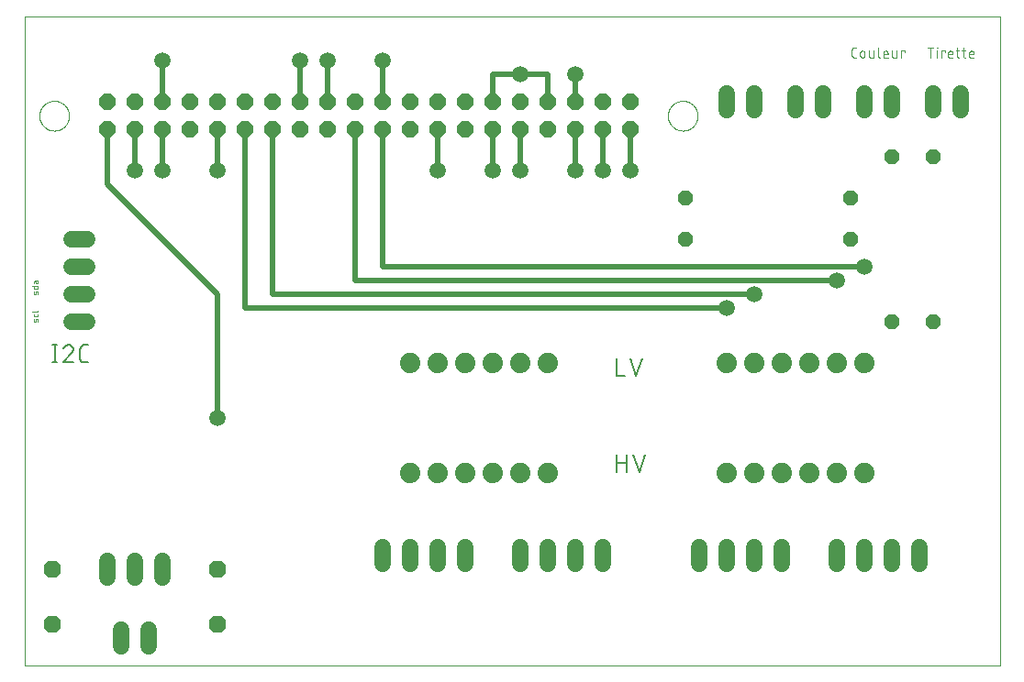
<source format=gtl>
G75*
%MOIN*%
%OFA0B0*%
%FSLAX25Y25*%
%IPPOS*%
%LPD*%
%AMOC8*
5,1,8,0,0,1.08239X$1,22.5*
%
%ADD10C,0.00000*%
%ADD11C,0.00600*%
%ADD12C,0.00200*%
%ADD13C,0.00300*%
%ADD14C,0.07400*%
%ADD15C,0.05937*%
%ADD16OC8,0.06300*%
%ADD17C,0.06000*%
%ADD18OC8,0.05200*%
%ADD19OC8,0.06000*%
%ADD20C,0.05906*%
%ADD21C,0.02000*%
D10*
X0004000Y0013000D02*
X0004000Y0249220D01*
X0358331Y0249220D01*
X0358331Y0013000D01*
X0004000Y0013000D01*
X0009414Y0213000D02*
X0009416Y0213147D01*
X0009422Y0213293D01*
X0009432Y0213439D01*
X0009446Y0213585D01*
X0009464Y0213731D01*
X0009485Y0213876D01*
X0009511Y0214020D01*
X0009541Y0214164D01*
X0009574Y0214306D01*
X0009611Y0214448D01*
X0009652Y0214589D01*
X0009697Y0214728D01*
X0009746Y0214867D01*
X0009798Y0215004D01*
X0009855Y0215139D01*
X0009914Y0215273D01*
X0009978Y0215405D01*
X0010045Y0215535D01*
X0010115Y0215664D01*
X0010189Y0215791D01*
X0010266Y0215915D01*
X0010347Y0216038D01*
X0010431Y0216158D01*
X0010518Y0216276D01*
X0010608Y0216391D01*
X0010701Y0216504D01*
X0010798Y0216615D01*
X0010897Y0216723D01*
X0010999Y0216828D01*
X0011104Y0216930D01*
X0011212Y0217029D01*
X0011323Y0217126D01*
X0011436Y0217219D01*
X0011551Y0217309D01*
X0011669Y0217396D01*
X0011789Y0217480D01*
X0011912Y0217561D01*
X0012036Y0217638D01*
X0012163Y0217712D01*
X0012292Y0217782D01*
X0012422Y0217849D01*
X0012554Y0217913D01*
X0012688Y0217972D01*
X0012823Y0218029D01*
X0012960Y0218081D01*
X0013099Y0218130D01*
X0013238Y0218175D01*
X0013379Y0218216D01*
X0013521Y0218253D01*
X0013663Y0218286D01*
X0013807Y0218316D01*
X0013951Y0218342D01*
X0014096Y0218363D01*
X0014242Y0218381D01*
X0014388Y0218395D01*
X0014534Y0218405D01*
X0014680Y0218411D01*
X0014827Y0218413D01*
X0014974Y0218411D01*
X0015120Y0218405D01*
X0015266Y0218395D01*
X0015412Y0218381D01*
X0015558Y0218363D01*
X0015703Y0218342D01*
X0015847Y0218316D01*
X0015991Y0218286D01*
X0016133Y0218253D01*
X0016275Y0218216D01*
X0016416Y0218175D01*
X0016555Y0218130D01*
X0016694Y0218081D01*
X0016831Y0218029D01*
X0016966Y0217972D01*
X0017100Y0217913D01*
X0017232Y0217849D01*
X0017362Y0217782D01*
X0017491Y0217712D01*
X0017618Y0217638D01*
X0017742Y0217561D01*
X0017865Y0217480D01*
X0017985Y0217396D01*
X0018103Y0217309D01*
X0018218Y0217219D01*
X0018331Y0217126D01*
X0018442Y0217029D01*
X0018550Y0216930D01*
X0018655Y0216828D01*
X0018757Y0216723D01*
X0018856Y0216615D01*
X0018953Y0216504D01*
X0019046Y0216391D01*
X0019136Y0216276D01*
X0019223Y0216158D01*
X0019307Y0216038D01*
X0019388Y0215915D01*
X0019465Y0215791D01*
X0019539Y0215664D01*
X0019609Y0215535D01*
X0019676Y0215405D01*
X0019740Y0215273D01*
X0019799Y0215139D01*
X0019856Y0215004D01*
X0019908Y0214867D01*
X0019957Y0214728D01*
X0020002Y0214589D01*
X0020043Y0214448D01*
X0020080Y0214306D01*
X0020113Y0214164D01*
X0020143Y0214020D01*
X0020169Y0213876D01*
X0020190Y0213731D01*
X0020208Y0213585D01*
X0020222Y0213439D01*
X0020232Y0213293D01*
X0020238Y0213147D01*
X0020240Y0213000D01*
X0020238Y0212853D01*
X0020232Y0212707D01*
X0020222Y0212561D01*
X0020208Y0212415D01*
X0020190Y0212269D01*
X0020169Y0212124D01*
X0020143Y0211980D01*
X0020113Y0211836D01*
X0020080Y0211694D01*
X0020043Y0211552D01*
X0020002Y0211411D01*
X0019957Y0211272D01*
X0019908Y0211133D01*
X0019856Y0210996D01*
X0019799Y0210861D01*
X0019740Y0210727D01*
X0019676Y0210595D01*
X0019609Y0210465D01*
X0019539Y0210336D01*
X0019465Y0210209D01*
X0019388Y0210085D01*
X0019307Y0209962D01*
X0019223Y0209842D01*
X0019136Y0209724D01*
X0019046Y0209609D01*
X0018953Y0209496D01*
X0018856Y0209385D01*
X0018757Y0209277D01*
X0018655Y0209172D01*
X0018550Y0209070D01*
X0018442Y0208971D01*
X0018331Y0208874D01*
X0018218Y0208781D01*
X0018103Y0208691D01*
X0017985Y0208604D01*
X0017865Y0208520D01*
X0017742Y0208439D01*
X0017618Y0208362D01*
X0017491Y0208288D01*
X0017362Y0208218D01*
X0017232Y0208151D01*
X0017100Y0208087D01*
X0016966Y0208028D01*
X0016831Y0207971D01*
X0016694Y0207919D01*
X0016555Y0207870D01*
X0016416Y0207825D01*
X0016275Y0207784D01*
X0016133Y0207747D01*
X0015991Y0207714D01*
X0015847Y0207684D01*
X0015703Y0207658D01*
X0015558Y0207637D01*
X0015412Y0207619D01*
X0015266Y0207605D01*
X0015120Y0207595D01*
X0014974Y0207589D01*
X0014827Y0207587D01*
X0014680Y0207589D01*
X0014534Y0207595D01*
X0014388Y0207605D01*
X0014242Y0207619D01*
X0014096Y0207637D01*
X0013951Y0207658D01*
X0013807Y0207684D01*
X0013663Y0207714D01*
X0013521Y0207747D01*
X0013379Y0207784D01*
X0013238Y0207825D01*
X0013099Y0207870D01*
X0012960Y0207919D01*
X0012823Y0207971D01*
X0012688Y0208028D01*
X0012554Y0208087D01*
X0012422Y0208151D01*
X0012292Y0208218D01*
X0012163Y0208288D01*
X0012036Y0208362D01*
X0011912Y0208439D01*
X0011789Y0208520D01*
X0011669Y0208604D01*
X0011551Y0208691D01*
X0011436Y0208781D01*
X0011323Y0208874D01*
X0011212Y0208971D01*
X0011104Y0209070D01*
X0010999Y0209172D01*
X0010897Y0209277D01*
X0010798Y0209385D01*
X0010701Y0209496D01*
X0010608Y0209609D01*
X0010518Y0209724D01*
X0010431Y0209842D01*
X0010347Y0209962D01*
X0010266Y0210085D01*
X0010189Y0210209D01*
X0010115Y0210336D01*
X0010045Y0210465D01*
X0009978Y0210595D01*
X0009914Y0210727D01*
X0009855Y0210861D01*
X0009798Y0210996D01*
X0009746Y0211133D01*
X0009697Y0211272D01*
X0009652Y0211411D01*
X0009611Y0211552D01*
X0009574Y0211694D01*
X0009541Y0211836D01*
X0009511Y0211980D01*
X0009485Y0212124D01*
X0009464Y0212269D01*
X0009446Y0212415D01*
X0009432Y0212561D01*
X0009422Y0212707D01*
X0009416Y0212853D01*
X0009414Y0213000D01*
X0237760Y0213000D02*
X0237762Y0213147D01*
X0237768Y0213293D01*
X0237778Y0213439D01*
X0237792Y0213585D01*
X0237810Y0213731D01*
X0237831Y0213876D01*
X0237857Y0214020D01*
X0237887Y0214164D01*
X0237920Y0214306D01*
X0237957Y0214448D01*
X0237998Y0214589D01*
X0238043Y0214728D01*
X0238092Y0214867D01*
X0238144Y0215004D01*
X0238201Y0215139D01*
X0238260Y0215273D01*
X0238324Y0215405D01*
X0238391Y0215535D01*
X0238461Y0215664D01*
X0238535Y0215791D01*
X0238612Y0215915D01*
X0238693Y0216038D01*
X0238777Y0216158D01*
X0238864Y0216276D01*
X0238954Y0216391D01*
X0239047Y0216504D01*
X0239144Y0216615D01*
X0239243Y0216723D01*
X0239345Y0216828D01*
X0239450Y0216930D01*
X0239558Y0217029D01*
X0239669Y0217126D01*
X0239782Y0217219D01*
X0239897Y0217309D01*
X0240015Y0217396D01*
X0240135Y0217480D01*
X0240258Y0217561D01*
X0240382Y0217638D01*
X0240509Y0217712D01*
X0240638Y0217782D01*
X0240768Y0217849D01*
X0240900Y0217913D01*
X0241034Y0217972D01*
X0241169Y0218029D01*
X0241306Y0218081D01*
X0241445Y0218130D01*
X0241584Y0218175D01*
X0241725Y0218216D01*
X0241867Y0218253D01*
X0242009Y0218286D01*
X0242153Y0218316D01*
X0242297Y0218342D01*
X0242442Y0218363D01*
X0242588Y0218381D01*
X0242734Y0218395D01*
X0242880Y0218405D01*
X0243026Y0218411D01*
X0243173Y0218413D01*
X0243320Y0218411D01*
X0243466Y0218405D01*
X0243612Y0218395D01*
X0243758Y0218381D01*
X0243904Y0218363D01*
X0244049Y0218342D01*
X0244193Y0218316D01*
X0244337Y0218286D01*
X0244479Y0218253D01*
X0244621Y0218216D01*
X0244762Y0218175D01*
X0244901Y0218130D01*
X0245040Y0218081D01*
X0245177Y0218029D01*
X0245312Y0217972D01*
X0245446Y0217913D01*
X0245578Y0217849D01*
X0245708Y0217782D01*
X0245837Y0217712D01*
X0245964Y0217638D01*
X0246088Y0217561D01*
X0246211Y0217480D01*
X0246331Y0217396D01*
X0246449Y0217309D01*
X0246564Y0217219D01*
X0246677Y0217126D01*
X0246788Y0217029D01*
X0246896Y0216930D01*
X0247001Y0216828D01*
X0247103Y0216723D01*
X0247202Y0216615D01*
X0247299Y0216504D01*
X0247392Y0216391D01*
X0247482Y0216276D01*
X0247569Y0216158D01*
X0247653Y0216038D01*
X0247734Y0215915D01*
X0247811Y0215791D01*
X0247885Y0215664D01*
X0247955Y0215535D01*
X0248022Y0215405D01*
X0248086Y0215273D01*
X0248145Y0215139D01*
X0248202Y0215004D01*
X0248254Y0214867D01*
X0248303Y0214728D01*
X0248348Y0214589D01*
X0248389Y0214448D01*
X0248426Y0214306D01*
X0248459Y0214164D01*
X0248489Y0214020D01*
X0248515Y0213876D01*
X0248536Y0213731D01*
X0248554Y0213585D01*
X0248568Y0213439D01*
X0248578Y0213293D01*
X0248584Y0213147D01*
X0248586Y0213000D01*
X0248584Y0212853D01*
X0248578Y0212707D01*
X0248568Y0212561D01*
X0248554Y0212415D01*
X0248536Y0212269D01*
X0248515Y0212124D01*
X0248489Y0211980D01*
X0248459Y0211836D01*
X0248426Y0211694D01*
X0248389Y0211552D01*
X0248348Y0211411D01*
X0248303Y0211272D01*
X0248254Y0211133D01*
X0248202Y0210996D01*
X0248145Y0210861D01*
X0248086Y0210727D01*
X0248022Y0210595D01*
X0247955Y0210465D01*
X0247885Y0210336D01*
X0247811Y0210209D01*
X0247734Y0210085D01*
X0247653Y0209962D01*
X0247569Y0209842D01*
X0247482Y0209724D01*
X0247392Y0209609D01*
X0247299Y0209496D01*
X0247202Y0209385D01*
X0247103Y0209277D01*
X0247001Y0209172D01*
X0246896Y0209070D01*
X0246788Y0208971D01*
X0246677Y0208874D01*
X0246564Y0208781D01*
X0246449Y0208691D01*
X0246331Y0208604D01*
X0246211Y0208520D01*
X0246088Y0208439D01*
X0245964Y0208362D01*
X0245837Y0208288D01*
X0245708Y0208218D01*
X0245578Y0208151D01*
X0245446Y0208087D01*
X0245312Y0208028D01*
X0245177Y0207971D01*
X0245040Y0207919D01*
X0244901Y0207870D01*
X0244762Y0207825D01*
X0244621Y0207784D01*
X0244479Y0207747D01*
X0244337Y0207714D01*
X0244193Y0207684D01*
X0244049Y0207658D01*
X0243904Y0207637D01*
X0243758Y0207619D01*
X0243612Y0207605D01*
X0243466Y0207595D01*
X0243320Y0207589D01*
X0243173Y0207587D01*
X0243026Y0207589D01*
X0242880Y0207595D01*
X0242734Y0207605D01*
X0242588Y0207619D01*
X0242442Y0207637D01*
X0242297Y0207658D01*
X0242153Y0207684D01*
X0242009Y0207714D01*
X0241867Y0207747D01*
X0241725Y0207784D01*
X0241584Y0207825D01*
X0241445Y0207870D01*
X0241306Y0207919D01*
X0241169Y0207971D01*
X0241034Y0208028D01*
X0240900Y0208087D01*
X0240768Y0208151D01*
X0240638Y0208218D01*
X0240509Y0208288D01*
X0240382Y0208362D01*
X0240258Y0208439D01*
X0240135Y0208520D01*
X0240015Y0208604D01*
X0239897Y0208691D01*
X0239782Y0208781D01*
X0239669Y0208874D01*
X0239558Y0208971D01*
X0239450Y0209070D01*
X0239345Y0209172D01*
X0239243Y0209277D01*
X0239144Y0209385D01*
X0239047Y0209496D01*
X0238954Y0209609D01*
X0238864Y0209724D01*
X0238777Y0209842D01*
X0238693Y0209962D01*
X0238612Y0210085D01*
X0238535Y0210209D01*
X0238461Y0210336D01*
X0238391Y0210465D01*
X0238324Y0210595D01*
X0238260Y0210727D01*
X0238201Y0210861D01*
X0238144Y0210996D01*
X0238092Y0211133D01*
X0238043Y0211272D01*
X0237998Y0211411D01*
X0237957Y0211552D01*
X0237920Y0211694D01*
X0237887Y0211836D01*
X0237857Y0211980D01*
X0237831Y0212124D01*
X0237810Y0212269D01*
X0237792Y0212415D01*
X0237778Y0212561D01*
X0237768Y0212707D01*
X0237762Y0212853D01*
X0237760Y0213000D01*
D11*
X0228328Y0124700D02*
X0226194Y0118300D01*
X0224061Y0124700D01*
X0219300Y0124700D02*
X0219300Y0118300D01*
X0222144Y0118300D01*
X0222856Y0089700D02*
X0222856Y0083300D01*
X0222856Y0086856D02*
X0219300Y0086856D01*
X0219300Y0089700D02*
X0219300Y0083300D01*
X0227437Y0083300D02*
X0225304Y0089700D01*
X0229570Y0089700D02*
X0227437Y0083300D01*
X0027139Y0123300D02*
X0025717Y0123300D01*
X0025643Y0123302D01*
X0025568Y0123308D01*
X0025495Y0123318D01*
X0025421Y0123331D01*
X0025349Y0123348D01*
X0025278Y0123370D01*
X0025207Y0123394D01*
X0025139Y0123423D01*
X0025071Y0123455D01*
X0025006Y0123491D01*
X0024943Y0123529D01*
X0024881Y0123572D01*
X0024822Y0123617D01*
X0024765Y0123665D01*
X0024711Y0123716D01*
X0024660Y0123770D01*
X0024612Y0123827D01*
X0024567Y0123886D01*
X0024524Y0123948D01*
X0024486Y0124011D01*
X0024450Y0124076D01*
X0024418Y0124144D01*
X0024389Y0124212D01*
X0024365Y0124283D01*
X0024343Y0124354D01*
X0024326Y0124426D01*
X0024313Y0124500D01*
X0024303Y0124573D01*
X0024297Y0124648D01*
X0024295Y0124722D01*
X0024295Y0128278D01*
X0024297Y0128352D01*
X0024303Y0128427D01*
X0024313Y0128500D01*
X0024326Y0128574D01*
X0024343Y0128646D01*
X0024365Y0128717D01*
X0024389Y0128788D01*
X0024418Y0128856D01*
X0024450Y0128924D01*
X0024486Y0128989D01*
X0024524Y0129052D01*
X0024567Y0129114D01*
X0024612Y0129173D01*
X0024660Y0129229D01*
X0024711Y0129284D01*
X0024765Y0129335D01*
X0024822Y0129383D01*
X0024881Y0129428D01*
X0024943Y0129471D01*
X0025006Y0129509D01*
X0025071Y0129545D01*
X0025139Y0129577D01*
X0025207Y0129606D01*
X0025278Y0129630D01*
X0025349Y0129652D01*
X0025421Y0129669D01*
X0025495Y0129682D01*
X0025568Y0129692D01*
X0025643Y0129698D01*
X0025717Y0129700D01*
X0027139Y0129700D01*
X0021179Y0126856D02*
X0018157Y0123300D01*
X0021712Y0123300D01*
X0018156Y0128277D02*
X0018185Y0128362D01*
X0018218Y0128445D01*
X0018255Y0128526D01*
X0018295Y0128606D01*
X0018338Y0128683D01*
X0018385Y0128759D01*
X0018435Y0128833D01*
X0018488Y0128905D01*
X0018544Y0128974D01*
X0018603Y0129041D01*
X0018665Y0129105D01*
X0018730Y0129166D01*
X0018797Y0129225D01*
X0018867Y0129280D01*
X0018939Y0129333D01*
X0019013Y0129382D01*
X0019090Y0129428D01*
X0019168Y0129470D01*
X0019248Y0129510D01*
X0019330Y0129545D01*
X0019413Y0129578D01*
X0019497Y0129606D01*
X0019583Y0129631D01*
X0019670Y0129652D01*
X0019757Y0129669D01*
X0019845Y0129683D01*
X0019934Y0129692D01*
X0020023Y0129698D01*
X0020112Y0129700D01*
X0020191Y0129698D01*
X0020269Y0129692D01*
X0020347Y0129683D01*
X0020424Y0129669D01*
X0020501Y0129652D01*
X0020576Y0129631D01*
X0020651Y0129606D01*
X0020724Y0129578D01*
X0020796Y0129546D01*
X0020866Y0129511D01*
X0020935Y0129472D01*
X0021001Y0129430D01*
X0021065Y0129385D01*
X0021127Y0129337D01*
X0021186Y0129286D01*
X0021243Y0129231D01*
X0021298Y0129174D01*
X0021349Y0129115D01*
X0021397Y0129053D01*
X0021442Y0128989D01*
X0021484Y0128923D01*
X0021523Y0128854D01*
X0021558Y0128784D01*
X0021590Y0128712D01*
X0021618Y0128639D01*
X0021643Y0128564D01*
X0021664Y0128489D01*
X0021681Y0128412D01*
X0021695Y0128335D01*
X0021704Y0128257D01*
X0021710Y0128179D01*
X0021712Y0128100D01*
X0021713Y0128100D02*
X0021711Y0128018D01*
X0021705Y0127936D01*
X0021695Y0127855D01*
X0021682Y0127774D01*
X0021664Y0127694D01*
X0021643Y0127615D01*
X0021618Y0127537D01*
X0021590Y0127461D01*
X0021557Y0127385D01*
X0021522Y0127312D01*
X0021482Y0127240D01*
X0021440Y0127170D01*
X0021394Y0127102D01*
X0021345Y0127037D01*
X0021293Y0126974D01*
X0021237Y0126913D01*
X0021180Y0126855D01*
X0015722Y0129700D02*
X0014300Y0129700D01*
X0015011Y0129700D02*
X0015011Y0123300D01*
X0014300Y0123300D02*
X0015722Y0123300D01*
D12*
X0007433Y0138467D02*
X0007436Y0138538D01*
X0007442Y0138608D01*
X0007452Y0138679D01*
X0007466Y0138748D01*
X0007483Y0138817D01*
X0007504Y0138885D01*
X0007528Y0138951D01*
X0007555Y0139017D01*
X0007433Y0138467D02*
X0007434Y0138431D01*
X0007440Y0138397D01*
X0007449Y0138363D01*
X0007462Y0138330D01*
X0007478Y0138299D01*
X0007498Y0138270D01*
X0007521Y0138243D01*
X0007547Y0138219D01*
X0007575Y0138198D01*
X0007605Y0138180D01*
X0007637Y0138166D01*
X0007671Y0138155D01*
X0007705Y0138148D01*
X0007740Y0138145D01*
X0007775Y0138146D01*
X0007810Y0138151D01*
X0007844Y0138159D01*
X0007877Y0138172D01*
X0007909Y0138188D01*
X0007938Y0138207D01*
X0007965Y0138229D01*
X0007990Y0138255D01*
X0008011Y0138282D01*
X0008029Y0138312D01*
X0008044Y0138344D01*
X0008289Y0138956D01*
X0008304Y0138988D01*
X0008322Y0139018D01*
X0008343Y0139045D01*
X0008368Y0139071D01*
X0008395Y0139093D01*
X0008424Y0139112D01*
X0008456Y0139128D01*
X0008489Y0139141D01*
X0008523Y0139149D01*
X0008558Y0139154D01*
X0008593Y0139155D01*
X0008628Y0139152D01*
X0008662Y0139145D01*
X0008696Y0139134D01*
X0008728Y0139120D01*
X0008758Y0139102D01*
X0008786Y0139081D01*
X0008812Y0139057D01*
X0008835Y0139030D01*
X0008855Y0139001D01*
X0008871Y0138970D01*
X0008884Y0138937D01*
X0008893Y0138903D01*
X0008899Y0138869D01*
X0008900Y0138833D01*
X0008533Y0140036D02*
X0007800Y0140036D01*
X0007800Y0140035D02*
X0007764Y0140037D01*
X0007728Y0140042D01*
X0007693Y0140051D01*
X0007660Y0140063D01*
X0007627Y0140078D01*
X0007596Y0140097D01*
X0007567Y0140118D01*
X0007540Y0140142D01*
X0007516Y0140169D01*
X0007495Y0140198D01*
X0007476Y0140229D01*
X0007461Y0140262D01*
X0007449Y0140295D01*
X0007440Y0140330D01*
X0007435Y0140366D01*
X0007433Y0140402D01*
X0007433Y0140891D01*
X0006700Y0141716D02*
X0008533Y0141716D01*
X0008569Y0141718D01*
X0008605Y0141723D01*
X0008640Y0141732D01*
X0008673Y0141744D01*
X0008706Y0141759D01*
X0008737Y0141778D01*
X0008766Y0141799D01*
X0008793Y0141823D01*
X0008817Y0141850D01*
X0008838Y0141879D01*
X0008857Y0141910D01*
X0008872Y0141943D01*
X0008884Y0141976D01*
X0008893Y0142011D01*
X0008898Y0142047D01*
X0008900Y0142083D01*
X0008900Y0140891D02*
X0008900Y0140402D01*
X0008898Y0140366D01*
X0008893Y0140330D01*
X0008884Y0140295D01*
X0008872Y0140262D01*
X0008857Y0140229D01*
X0008838Y0140198D01*
X0008817Y0140169D01*
X0008793Y0140142D01*
X0008766Y0140118D01*
X0008737Y0140097D01*
X0008706Y0140078D01*
X0008673Y0140063D01*
X0008640Y0140051D01*
X0008605Y0140042D01*
X0008569Y0140037D01*
X0008533Y0140035D01*
X0008900Y0138833D02*
X0008897Y0138748D01*
X0008890Y0138662D01*
X0008880Y0138577D01*
X0008867Y0138492D01*
X0008849Y0138408D01*
X0008829Y0138325D01*
X0008805Y0138242D01*
X0008778Y0138161D01*
X0008044Y0148344D02*
X0008289Y0148956D01*
X0008304Y0148988D01*
X0008322Y0149018D01*
X0008343Y0149045D01*
X0008368Y0149071D01*
X0008395Y0149093D01*
X0008424Y0149112D01*
X0008456Y0149128D01*
X0008489Y0149141D01*
X0008523Y0149149D01*
X0008558Y0149154D01*
X0008593Y0149155D01*
X0008628Y0149152D01*
X0008662Y0149145D01*
X0008696Y0149134D01*
X0008728Y0149120D01*
X0008758Y0149102D01*
X0008786Y0149081D01*
X0008812Y0149057D01*
X0008835Y0149030D01*
X0008855Y0149001D01*
X0008871Y0148970D01*
X0008884Y0148937D01*
X0008893Y0148903D01*
X0008899Y0148869D01*
X0008900Y0148833D01*
X0007555Y0149017D02*
X0007528Y0148951D01*
X0007504Y0148885D01*
X0007483Y0148817D01*
X0007466Y0148748D01*
X0007452Y0148679D01*
X0007442Y0148608D01*
X0007436Y0148538D01*
X0007433Y0148467D01*
X0007434Y0148431D01*
X0007440Y0148397D01*
X0007449Y0148363D01*
X0007462Y0148330D01*
X0007478Y0148299D01*
X0007498Y0148270D01*
X0007521Y0148243D01*
X0007547Y0148219D01*
X0007575Y0148198D01*
X0007605Y0148180D01*
X0007637Y0148166D01*
X0007671Y0148155D01*
X0007705Y0148148D01*
X0007740Y0148145D01*
X0007775Y0148146D01*
X0007810Y0148151D01*
X0007844Y0148159D01*
X0007877Y0148172D01*
X0007909Y0148188D01*
X0007938Y0148207D01*
X0007965Y0148229D01*
X0007990Y0148255D01*
X0008011Y0148282D01*
X0008029Y0148312D01*
X0008044Y0148344D01*
X0008778Y0148161D02*
X0008805Y0148242D01*
X0008829Y0148325D01*
X0008849Y0148408D01*
X0008867Y0148492D01*
X0008880Y0148577D01*
X0008890Y0148662D01*
X0008897Y0148748D01*
X0008900Y0148833D01*
X0008533Y0150022D02*
X0007800Y0150022D01*
X0007800Y0150021D02*
X0007764Y0150023D01*
X0007728Y0150028D01*
X0007693Y0150037D01*
X0007660Y0150049D01*
X0007627Y0150064D01*
X0007596Y0150083D01*
X0007567Y0150104D01*
X0007540Y0150128D01*
X0007516Y0150155D01*
X0007495Y0150184D01*
X0007476Y0150215D01*
X0007461Y0150248D01*
X0007449Y0150281D01*
X0007440Y0150316D01*
X0007435Y0150352D01*
X0007433Y0150388D01*
X0007433Y0151000D01*
X0006700Y0151000D02*
X0008900Y0151000D01*
X0008900Y0150388D01*
X0008898Y0150352D01*
X0008893Y0150316D01*
X0008884Y0150281D01*
X0008872Y0150248D01*
X0008857Y0150215D01*
X0008838Y0150184D01*
X0008817Y0150155D01*
X0008793Y0150128D01*
X0008766Y0150104D01*
X0008737Y0150083D01*
X0008706Y0150064D01*
X0008673Y0150049D01*
X0008640Y0150037D01*
X0008605Y0150028D01*
X0008569Y0150023D01*
X0008533Y0150021D01*
X0007433Y0152088D02*
X0007433Y0152577D01*
X0007435Y0152613D01*
X0007440Y0152649D01*
X0007449Y0152684D01*
X0007461Y0152717D01*
X0007476Y0152750D01*
X0007495Y0152781D01*
X0007516Y0152810D01*
X0007540Y0152837D01*
X0007567Y0152861D01*
X0007596Y0152882D01*
X0007627Y0152901D01*
X0007660Y0152916D01*
X0007693Y0152928D01*
X0007728Y0152937D01*
X0007764Y0152942D01*
X0007800Y0152944D01*
X0007800Y0152943D02*
X0008900Y0152943D01*
X0008900Y0152393D01*
X0008898Y0152354D01*
X0008893Y0152314D01*
X0008884Y0152276D01*
X0008871Y0152238D01*
X0008855Y0152202D01*
X0008836Y0152168D01*
X0008814Y0152135D01*
X0008788Y0152105D01*
X0008760Y0152077D01*
X0008730Y0152051D01*
X0008697Y0152029D01*
X0008663Y0152010D01*
X0008627Y0151994D01*
X0008589Y0151981D01*
X0008551Y0151972D01*
X0008511Y0151967D01*
X0008472Y0151965D01*
X0008433Y0151967D01*
X0008393Y0151972D01*
X0008355Y0151981D01*
X0008317Y0151994D01*
X0008281Y0152010D01*
X0008247Y0152029D01*
X0008214Y0152051D01*
X0008184Y0152077D01*
X0008156Y0152105D01*
X0008130Y0152135D01*
X0008108Y0152168D01*
X0008089Y0152202D01*
X0008073Y0152238D01*
X0008060Y0152276D01*
X0008051Y0152314D01*
X0008046Y0152354D01*
X0008044Y0152393D01*
X0008044Y0152943D01*
D13*
X0304621Y0234972D02*
X0304621Y0237028D01*
X0304623Y0237084D01*
X0304629Y0237140D01*
X0304638Y0237195D01*
X0304651Y0237250D01*
X0304668Y0237303D01*
X0304689Y0237355D01*
X0304713Y0237406D01*
X0304741Y0237455D01*
X0304771Y0237502D01*
X0304805Y0237547D01*
X0304842Y0237589D01*
X0304882Y0237629D01*
X0304924Y0237666D01*
X0304969Y0237700D01*
X0305016Y0237730D01*
X0305065Y0237758D01*
X0305116Y0237782D01*
X0305168Y0237803D01*
X0305221Y0237820D01*
X0305276Y0237833D01*
X0305331Y0237842D01*
X0305387Y0237848D01*
X0305443Y0237850D01*
X0306265Y0237850D01*
X0307596Y0235794D02*
X0307596Y0234972D01*
X0307597Y0234972D02*
X0307599Y0234916D01*
X0307605Y0234860D01*
X0307614Y0234805D01*
X0307627Y0234750D01*
X0307644Y0234697D01*
X0307665Y0234645D01*
X0307689Y0234594D01*
X0307717Y0234545D01*
X0307747Y0234498D01*
X0307781Y0234453D01*
X0307818Y0234411D01*
X0307858Y0234371D01*
X0307900Y0234334D01*
X0307945Y0234300D01*
X0307992Y0234270D01*
X0308041Y0234242D01*
X0308092Y0234218D01*
X0308144Y0234197D01*
X0308197Y0234180D01*
X0308252Y0234167D01*
X0308307Y0234158D01*
X0308363Y0234152D01*
X0308419Y0234150D01*
X0308475Y0234152D01*
X0308531Y0234158D01*
X0308586Y0234167D01*
X0308641Y0234180D01*
X0308694Y0234197D01*
X0308746Y0234218D01*
X0308797Y0234242D01*
X0308846Y0234270D01*
X0308893Y0234300D01*
X0308938Y0234334D01*
X0308980Y0234371D01*
X0309020Y0234411D01*
X0309057Y0234453D01*
X0309091Y0234498D01*
X0309121Y0234545D01*
X0309149Y0234594D01*
X0309173Y0234645D01*
X0309194Y0234697D01*
X0309211Y0234750D01*
X0309224Y0234805D01*
X0309233Y0234860D01*
X0309239Y0234916D01*
X0309241Y0234972D01*
X0309241Y0235794D01*
X0309239Y0235850D01*
X0309233Y0235906D01*
X0309224Y0235961D01*
X0309211Y0236016D01*
X0309194Y0236069D01*
X0309173Y0236121D01*
X0309149Y0236172D01*
X0309121Y0236221D01*
X0309091Y0236268D01*
X0309057Y0236313D01*
X0309020Y0236355D01*
X0308980Y0236395D01*
X0308938Y0236432D01*
X0308893Y0236466D01*
X0308846Y0236496D01*
X0308797Y0236524D01*
X0308746Y0236548D01*
X0308694Y0236569D01*
X0308641Y0236586D01*
X0308586Y0236599D01*
X0308531Y0236608D01*
X0308475Y0236614D01*
X0308419Y0236616D01*
X0308363Y0236614D01*
X0308307Y0236608D01*
X0308252Y0236599D01*
X0308197Y0236586D01*
X0308144Y0236569D01*
X0308092Y0236548D01*
X0308041Y0236524D01*
X0307992Y0236496D01*
X0307945Y0236466D01*
X0307900Y0236432D01*
X0307858Y0236395D01*
X0307818Y0236355D01*
X0307781Y0236313D01*
X0307747Y0236268D01*
X0307717Y0236221D01*
X0307689Y0236172D01*
X0307665Y0236121D01*
X0307644Y0236069D01*
X0307627Y0236016D01*
X0307614Y0235961D01*
X0307605Y0235906D01*
X0307599Y0235850D01*
X0307597Y0235794D01*
X0306265Y0234150D02*
X0305443Y0234150D01*
X0305387Y0234152D01*
X0305331Y0234158D01*
X0305276Y0234167D01*
X0305221Y0234180D01*
X0305168Y0234197D01*
X0305116Y0234218D01*
X0305065Y0234242D01*
X0305016Y0234270D01*
X0304969Y0234300D01*
X0304924Y0234334D01*
X0304882Y0234371D01*
X0304842Y0234411D01*
X0304805Y0234453D01*
X0304771Y0234498D01*
X0304741Y0234545D01*
X0304713Y0234594D01*
X0304689Y0234645D01*
X0304668Y0234697D01*
X0304651Y0234750D01*
X0304638Y0234805D01*
X0304629Y0234860D01*
X0304623Y0234916D01*
X0304621Y0234972D01*
X0310836Y0234767D02*
X0310836Y0236617D01*
X0312481Y0236617D02*
X0312481Y0234150D01*
X0311453Y0234150D01*
X0311405Y0234152D01*
X0311356Y0234158D01*
X0311309Y0234167D01*
X0311262Y0234180D01*
X0311217Y0234197D01*
X0311173Y0234217D01*
X0311131Y0234241D01*
X0311090Y0234268D01*
X0311052Y0234298D01*
X0311017Y0234331D01*
X0310984Y0234366D01*
X0310954Y0234404D01*
X0310927Y0234445D01*
X0310903Y0234487D01*
X0310883Y0234531D01*
X0310866Y0234576D01*
X0310853Y0234623D01*
X0310844Y0234670D01*
X0310838Y0234719D01*
X0310836Y0234767D01*
X0314126Y0234767D02*
X0314126Y0237850D01*
X0315996Y0235794D02*
X0315996Y0234767D01*
X0315996Y0235383D02*
X0317641Y0235383D01*
X0317641Y0235794D01*
X0317639Y0235850D01*
X0317633Y0235906D01*
X0317624Y0235961D01*
X0317611Y0236016D01*
X0317594Y0236069D01*
X0317573Y0236121D01*
X0317549Y0236172D01*
X0317521Y0236221D01*
X0317491Y0236268D01*
X0317457Y0236313D01*
X0317420Y0236355D01*
X0317380Y0236395D01*
X0317338Y0236432D01*
X0317293Y0236466D01*
X0317246Y0236496D01*
X0317197Y0236524D01*
X0317146Y0236548D01*
X0317094Y0236569D01*
X0317041Y0236586D01*
X0316986Y0236599D01*
X0316931Y0236608D01*
X0316875Y0236614D01*
X0316819Y0236616D01*
X0316763Y0236614D01*
X0316707Y0236608D01*
X0316652Y0236599D01*
X0316597Y0236586D01*
X0316544Y0236569D01*
X0316492Y0236548D01*
X0316441Y0236524D01*
X0316392Y0236496D01*
X0316345Y0236466D01*
X0316300Y0236432D01*
X0316258Y0236395D01*
X0316218Y0236355D01*
X0316181Y0236313D01*
X0316147Y0236268D01*
X0316117Y0236221D01*
X0316089Y0236172D01*
X0316065Y0236121D01*
X0316044Y0236069D01*
X0316027Y0236016D01*
X0316014Y0235961D01*
X0316005Y0235906D01*
X0315999Y0235850D01*
X0315997Y0235794D01*
X0315996Y0234767D02*
X0315998Y0234719D01*
X0316004Y0234670D01*
X0316013Y0234623D01*
X0316026Y0234576D01*
X0316043Y0234531D01*
X0316063Y0234487D01*
X0316087Y0234445D01*
X0316114Y0234404D01*
X0316144Y0234366D01*
X0316177Y0234331D01*
X0316212Y0234298D01*
X0316250Y0234268D01*
X0316291Y0234241D01*
X0316333Y0234217D01*
X0316377Y0234197D01*
X0316422Y0234180D01*
X0316469Y0234167D01*
X0316516Y0234158D01*
X0316565Y0234152D01*
X0316613Y0234150D01*
X0317641Y0234150D01*
X0319236Y0234767D02*
X0319236Y0236617D01*
X0320881Y0236617D02*
X0320881Y0234150D01*
X0319853Y0234150D01*
X0319805Y0234152D01*
X0319756Y0234158D01*
X0319709Y0234167D01*
X0319662Y0234180D01*
X0319617Y0234197D01*
X0319573Y0234217D01*
X0319531Y0234241D01*
X0319490Y0234268D01*
X0319452Y0234298D01*
X0319417Y0234331D01*
X0319384Y0234366D01*
X0319354Y0234404D01*
X0319327Y0234445D01*
X0319303Y0234487D01*
X0319283Y0234531D01*
X0319266Y0234576D01*
X0319253Y0234623D01*
X0319244Y0234670D01*
X0319238Y0234719D01*
X0319236Y0234767D01*
X0322617Y0234150D02*
X0322617Y0236617D01*
X0323850Y0236617D01*
X0323850Y0236206D01*
X0314742Y0234150D02*
X0314694Y0234152D01*
X0314645Y0234158D01*
X0314598Y0234167D01*
X0314551Y0234180D01*
X0314506Y0234197D01*
X0314462Y0234217D01*
X0314420Y0234241D01*
X0314379Y0234268D01*
X0314341Y0234298D01*
X0314306Y0234331D01*
X0314273Y0234366D01*
X0314243Y0234404D01*
X0314216Y0234445D01*
X0314192Y0234487D01*
X0314172Y0234531D01*
X0314155Y0234576D01*
X0314142Y0234623D01*
X0314133Y0234670D01*
X0314127Y0234719D01*
X0314125Y0234767D01*
X0332240Y0237850D02*
X0334296Y0237850D01*
X0333268Y0237850D02*
X0333268Y0234150D01*
X0335548Y0234150D02*
X0335548Y0236617D01*
X0335651Y0237644D02*
X0335445Y0237644D01*
X0335445Y0237850D01*
X0335651Y0237850D01*
X0335651Y0237644D01*
X0337146Y0236617D02*
X0337146Y0234150D01*
X0338379Y0236206D02*
X0338379Y0236617D01*
X0337146Y0236617D01*
X0339526Y0235794D02*
X0339526Y0234767D01*
X0339525Y0234767D02*
X0339527Y0234719D01*
X0339533Y0234670D01*
X0339542Y0234623D01*
X0339555Y0234576D01*
X0339572Y0234531D01*
X0339592Y0234487D01*
X0339616Y0234445D01*
X0339643Y0234404D01*
X0339673Y0234366D01*
X0339706Y0234331D01*
X0339741Y0234298D01*
X0339779Y0234268D01*
X0339820Y0234241D01*
X0339862Y0234217D01*
X0339906Y0234197D01*
X0339951Y0234180D01*
X0339998Y0234167D01*
X0340045Y0234158D01*
X0340094Y0234152D01*
X0340142Y0234150D01*
X0341170Y0234150D01*
X0341170Y0235383D02*
X0339526Y0235383D01*
X0339526Y0235794D02*
X0339528Y0235850D01*
X0339534Y0235906D01*
X0339543Y0235961D01*
X0339556Y0236016D01*
X0339573Y0236069D01*
X0339594Y0236121D01*
X0339618Y0236172D01*
X0339646Y0236221D01*
X0339676Y0236268D01*
X0339710Y0236313D01*
X0339747Y0236355D01*
X0339787Y0236395D01*
X0339829Y0236432D01*
X0339874Y0236466D01*
X0339921Y0236496D01*
X0339970Y0236524D01*
X0340021Y0236548D01*
X0340073Y0236569D01*
X0340126Y0236586D01*
X0340181Y0236599D01*
X0340236Y0236608D01*
X0340292Y0236614D01*
X0340348Y0236616D01*
X0340404Y0236614D01*
X0340460Y0236608D01*
X0340515Y0236599D01*
X0340570Y0236586D01*
X0340623Y0236569D01*
X0340675Y0236548D01*
X0340726Y0236524D01*
X0340775Y0236496D01*
X0340822Y0236466D01*
X0340867Y0236432D01*
X0340909Y0236395D01*
X0340949Y0236355D01*
X0340986Y0236313D01*
X0341020Y0236268D01*
X0341050Y0236221D01*
X0341078Y0236172D01*
X0341102Y0236121D01*
X0341123Y0236069D01*
X0341140Y0236016D01*
X0341153Y0235961D01*
X0341162Y0235906D01*
X0341168Y0235850D01*
X0341170Y0235794D01*
X0341170Y0235383D01*
X0342754Y0234767D02*
X0342754Y0237850D01*
X0342343Y0236617D02*
X0343576Y0236617D01*
X0344623Y0236617D02*
X0345856Y0236617D01*
X0345034Y0237850D02*
X0345034Y0234767D01*
X0345036Y0234719D01*
X0345042Y0234670D01*
X0345051Y0234623D01*
X0345064Y0234576D01*
X0345081Y0234531D01*
X0345101Y0234487D01*
X0345125Y0234445D01*
X0345152Y0234404D01*
X0345182Y0234366D01*
X0345215Y0234331D01*
X0345250Y0234298D01*
X0345288Y0234268D01*
X0345329Y0234241D01*
X0345371Y0234217D01*
X0345415Y0234197D01*
X0345460Y0234180D01*
X0345507Y0234167D01*
X0345554Y0234158D01*
X0345603Y0234152D01*
X0345651Y0234150D01*
X0345856Y0234150D01*
X0347206Y0234767D02*
X0347206Y0235794D01*
X0347206Y0235383D02*
X0348850Y0235383D01*
X0348850Y0235794D01*
X0348848Y0235850D01*
X0348842Y0235906D01*
X0348833Y0235961D01*
X0348820Y0236016D01*
X0348803Y0236069D01*
X0348782Y0236121D01*
X0348758Y0236172D01*
X0348730Y0236221D01*
X0348700Y0236268D01*
X0348666Y0236313D01*
X0348629Y0236355D01*
X0348589Y0236395D01*
X0348547Y0236432D01*
X0348502Y0236466D01*
X0348455Y0236496D01*
X0348406Y0236524D01*
X0348355Y0236548D01*
X0348303Y0236569D01*
X0348250Y0236586D01*
X0348195Y0236599D01*
X0348140Y0236608D01*
X0348084Y0236614D01*
X0348028Y0236616D01*
X0347972Y0236614D01*
X0347916Y0236608D01*
X0347861Y0236599D01*
X0347806Y0236586D01*
X0347753Y0236569D01*
X0347701Y0236548D01*
X0347650Y0236524D01*
X0347601Y0236496D01*
X0347554Y0236466D01*
X0347509Y0236432D01*
X0347467Y0236395D01*
X0347427Y0236355D01*
X0347390Y0236313D01*
X0347356Y0236268D01*
X0347326Y0236221D01*
X0347298Y0236172D01*
X0347274Y0236121D01*
X0347253Y0236069D01*
X0347236Y0236016D01*
X0347223Y0235961D01*
X0347214Y0235906D01*
X0347208Y0235850D01*
X0347206Y0235794D01*
X0347205Y0234767D02*
X0347207Y0234719D01*
X0347213Y0234670D01*
X0347222Y0234623D01*
X0347235Y0234576D01*
X0347252Y0234531D01*
X0347272Y0234487D01*
X0347296Y0234445D01*
X0347323Y0234404D01*
X0347353Y0234366D01*
X0347386Y0234331D01*
X0347421Y0234298D01*
X0347459Y0234268D01*
X0347500Y0234241D01*
X0347542Y0234217D01*
X0347586Y0234197D01*
X0347631Y0234180D01*
X0347678Y0234167D01*
X0347725Y0234158D01*
X0347774Y0234152D01*
X0347822Y0234150D01*
X0348850Y0234150D01*
X0343576Y0234150D02*
X0343371Y0234150D01*
X0343323Y0234152D01*
X0343274Y0234158D01*
X0343227Y0234167D01*
X0343180Y0234180D01*
X0343135Y0234197D01*
X0343091Y0234217D01*
X0343049Y0234241D01*
X0343008Y0234268D01*
X0342970Y0234298D01*
X0342935Y0234331D01*
X0342902Y0234366D01*
X0342872Y0234404D01*
X0342845Y0234445D01*
X0342821Y0234487D01*
X0342801Y0234531D01*
X0342784Y0234576D01*
X0342771Y0234623D01*
X0342762Y0234670D01*
X0342756Y0234719D01*
X0342754Y0234767D01*
D14*
X0309000Y0123000D03*
X0299000Y0123000D03*
X0289000Y0123000D03*
X0279000Y0123000D03*
X0269000Y0123000D03*
X0259000Y0123000D03*
X0259000Y0083000D03*
X0269000Y0083000D03*
X0279000Y0083000D03*
X0289000Y0083000D03*
X0299000Y0083000D03*
X0309000Y0083000D03*
X0194000Y0083000D03*
X0184000Y0083000D03*
X0174000Y0083000D03*
X0164000Y0083000D03*
X0154000Y0083000D03*
X0144000Y0083000D03*
X0144000Y0123000D03*
X0154000Y0123000D03*
X0164000Y0123000D03*
X0174000Y0123000D03*
X0184000Y0123000D03*
X0194000Y0123000D03*
D15*
X0194000Y0055969D02*
X0194000Y0050031D01*
X0184000Y0050031D02*
X0184000Y0055969D01*
X0164000Y0055969D02*
X0164000Y0050031D01*
X0154000Y0050031D02*
X0154000Y0055969D01*
X0144000Y0055969D02*
X0144000Y0050031D01*
X0134000Y0050031D02*
X0134000Y0055969D01*
X0204000Y0055969D02*
X0204000Y0050031D01*
X0214000Y0050031D02*
X0214000Y0055969D01*
X0249000Y0055969D02*
X0249000Y0050031D01*
X0259000Y0050031D02*
X0259000Y0055969D01*
X0269000Y0055969D02*
X0269000Y0050031D01*
X0279000Y0050031D02*
X0279000Y0055969D01*
X0299000Y0055969D02*
X0299000Y0050031D01*
X0309000Y0050031D02*
X0309000Y0055969D01*
X0319000Y0055969D02*
X0319000Y0050031D01*
X0329000Y0050031D02*
X0329000Y0055969D01*
X0334000Y0215031D02*
X0334000Y0220969D01*
X0344000Y0220969D02*
X0344000Y0215031D01*
X0319000Y0215031D02*
X0319000Y0220969D01*
X0309000Y0220969D02*
X0309000Y0215031D01*
X0294000Y0215031D02*
X0294000Y0220969D01*
X0284000Y0220969D02*
X0284000Y0215031D01*
X0269000Y0215031D02*
X0269000Y0220969D01*
X0259000Y0220969D02*
X0259000Y0215031D01*
X0026969Y0168000D02*
X0021031Y0168000D01*
X0021031Y0158000D02*
X0026969Y0158000D01*
X0026969Y0148000D02*
X0021031Y0148000D01*
X0021031Y0138000D02*
X0026969Y0138000D01*
X0039000Y0025969D02*
X0039000Y0020031D01*
X0049000Y0020031D02*
X0049000Y0025969D01*
D16*
X0074000Y0028000D03*
X0074000Y0048000D03*
X0014000Y0048000D03*
X0014000Y0028000D03*
D17*
X0034000Y0045000D02*
X0034000Y0051000D01*
X0044000Y0051000D02*
X0044000Y0045000D01*
X0054000Y0045000D02*
X0054000Y0051000D01*
D18*
X0244000Y0168000D03*
X0244000Y0183000D03*
X0304000Y0183000D03*
X0304000Y0168000D03*
X0319000Y0138000D03*
X0334000Y0138000D03*
X0334000Y0198000D03*
X0319000Y0198000D03*
D19*
X0224000Y0208000D03*
X0214000Y0208000D03*
X0204000Y0208000D03*
X0194000Y0208000D03*
X0184000Y0208000D03*
X0174000Y0208000D03*
X0164000Y0208000D03*
X0154000Y0208000D03*
X0144000Y0208000D03*
X0134000Y0208000D03*
X0124000Y0208000D03*
X0114000Y0208000D03*
X0104000Y0208000D03*
X0094000Y0208000D03*
X0084000Y0208000D03*
X0074000Y0208000D03*
X0064000Y0208000D03*
X0054000Y0208000D03*
X0044000Y0208000D03*
X0034000Y0208000D03*
X0034000Y0218000D03*
X0044000Y0218000D03*
X0054000Y0218000D03*
X0064000Y0218000D03*
X0074000Y0218000D03*
X0084000Y0218000D03*
X0094000Y0218000D03*
X0104000Y0218000D03*
X0114000Y0218000D03*
X0124000Y0218000D03*
X0134000Y0218000D03*
X0144000Y0218000D03*
X0154000Y0218000D03*
X0164000Y0218000D03*
X0174000Y0218000D03*
X0184000Y0218000D03*
X0194000Y0218000D03*
X0204000Y0218000D03*
X0214000Y0218000D03*
X0224000Y0218000D03*
D20*
X0204000Y0228000D03*
X0184000Y0228000D03*
X0134000Y0233000D03*
X0114000Y0233000D03*
X0104000Y0233000D03*
X0054000Y0233000D03*
X0054000Y0193000D03*
X0044000Y0193000D03*
X0074000Y0193000D03*
X0154000Y0193000D03*
X0174000Y0193000D03*
X0184000Y0193000D03*
X0204000Y0193000D03*
X0214000Y0193000D03*
X0224000Y0193000D03*
X0269000Y0148000D03*
X0259000Y0143000D03*
X0299000Y0153000D03*
X0309000Y0158000D03*
X0074000Y0103000D03*
D21*
X0074000Y0148000D01*
X0034000Y0188000D01*
X0034000Y0208000D01*
X0044000Y0208000D02*
X0044000Y0193000D01*
X0054000Y0193000D02*
X0054000Y0208000D01*
X0054000Y0218000D02*
X0054000Y0233000D01*
X0074000Y0208000D02*
X0074000Y0193000D01*
X0084000Y0208000D02*
X0084000Y0143000D01*
X0259000Y0143000D01*
X0269000Y0148000D02*
X0094000Y0148000D01*
X0094000Y0208000D01*
X0104000Y0218000D02*
X0104000Y0233000D01*
X0114000Y0233000D02*
X0114000Y0218000D01*
X0124000Y0208000D02*
X0124000Y0153000D01*
X0299000Y0153000D01*
X0309000Y0158000D02*
X0134000Y0158000D01*
X0134000Y0208000D01*
X0134000Y0218000D02*
X0134000Y0233000D01*
X0154000Y0208000D02*
X0154000Y0193000D01*
X0174000Y0193000D02*
X0174000Y0208000D01*
X0184000Y0208000D02*
X0184000Y0193000D01*
X0204000Y0193000D02*
X0204000Y0208000D01*
X0214000Y0208000D02*
X0214000Y0193000D01*
X0224000Y0193000D02*
X0224000Y0208000D01*
X0204000Y0218000D02*
X0204000Y0228000D01*
X0194000Y0228000D02*
X0184000Y0228000D01*
X0174000Y0228000D01*
X0174000Y0218000D01*
X0194000Y0218000D02*
X0194000Y0228000D01*
M02*

</source>
